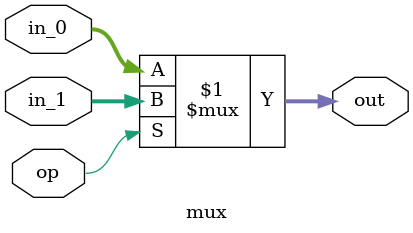
<source format=v>
module mux(in_1, in_0, op, out);
	input [31:0] in_1, in_0;
	input op;

	output [31:0] out;


	assign out = op ? in_1 : in_0;

endmodule

</source>
